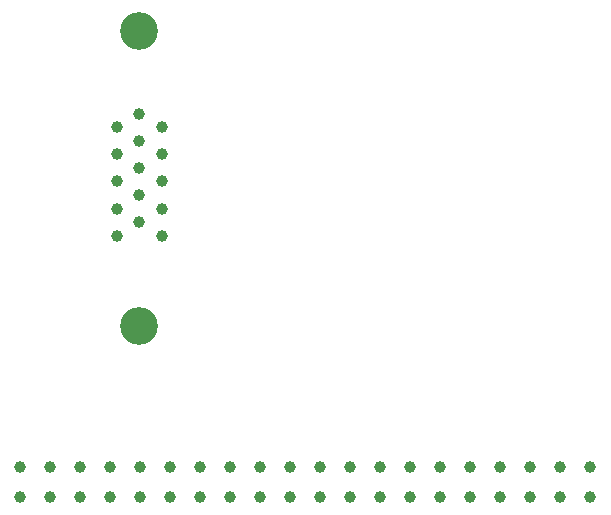
<source format=gbr>
%TF.GenerationSoftware,KiCad,Pcbnew,9.0.0*%
%TF.CreationDate,2025-03-15T19:38:14+01:00*%
%TF.ProjectId,VGA_adapter,5647415f-6164-4617-9074-65722e6b6963,rev?*%
%TF.SameCoordinates,Original*%
%TF.FileFunction,Plated,1,2,PTH,Drill*%
%TF.FilePolarity,Positive*%
%FSLAX46Y46*%
G04 Gerber Fmt 4.6, Leading zero omitted, Abs format (unit mm)*
G04 Created by KiCad (PCBNEW 9.0.0) date 2025-03-15 19:38:14*
%MOMM*%
%LPD*%
G01*
G04 APERTURE LIST*
%TA.AperFunction,ComponentDrill*%
%ADD10C,1.000000*%
%TD*%
%TA.AperFunction,ComponentDrill*%
%ADD11C,3.200000*%
%TD*%
G04 APERTURE END LIST*
D10*
%TO.C,J2*%
X109440000Y-138960000D03*
X109440000Y-141500000D03*
X111980000Y-138960000D03*
X111980000Y-141500000D03*
X114520000Y-138960000D03*
X114520000Y-141500000D03*
X117060000Y-138960000D03*
X117060000Y-141500000D03*
%TO.C,J3*%
X117602000Y-110220000D03*
X117602000Y-112510000D03*
X117602000Y-114800000D03*
X117602000Y-117090000D03*
X117602000Y-119380000D03*
X119502000Y-109075000D03*
X119502000Y-111365000D03*
X119502000Y-113655000D03*
X119502000Y-115945000D03*
X119502000Y-118235000D03*
%TO.C,J2*%
X119600000Y-138960000D03*
X119600000Y-141500000D03*
%TO.C,J3*%
X121402000Y-110220000D03*
X121402000Y-112510000D03*
X121402000Y-114800000D03*
X121402000Y-117090000D03*
X121402000Y-119380000D03*
%TO.C,J2*%
X122140000Y-138960000D03*
X122140000Y-141500000D03*
X124680000Y-138960000D03*
X124680000Y-141500000D03*
X127220000Y-138960000D03*
X127220000Y-141500000D03*
X129760000Y-138960000D03*
X129760000Y-141500000D03*
X132300000Y-138960000D03*
X132300000Y-141500000D03*
X134840000Y-138960000D03*
X134840000Y-141500000D03*
X137380000Y-138960000D03*
X137380000Y-141500000D03*
X139920000Y-138960000D03*
X139920000Y-141500000D03*
X142460000Y-138960000D03*
X142460000Y-141500000D03*
X145000000Y-138960000D03*
X145000000Y-141500000D03*
X147540000Y-138960000D03*
X147540000Y-141500000D03*
X150080000Y-138960000D03*
X150080000Y-141500000D03*
X152620000Y-138960000D03*
X152620000Y-141500000D03*
X155160000Y-138960000D03*
X155160000Y-141500000D03*
X157700000Y-138960000D03*
X157700000Y-141500000D03*
D11*
%TO.C,J3*%
X119512000Y-102035000D03*
X119512000Y-127035000D03*
M02*

</source>
